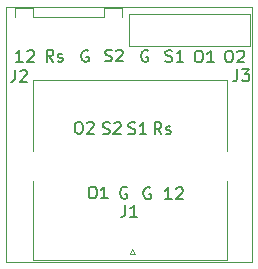
<source format=gbr>
G04 #@! TF.GenerationSoftware,KiCad,Pcbnew,(5.1.6)-1*
G04 #@! TF.CreationDate,2021-11-18T20:59:38-06:00*
G04 #@! TF.ProjectId,RJ45Breakout,524a3435-4272-4656-916b-6f75742e6b69,rev?*
G04 #@! TF.SameCoordinates,Original*
G04 #@! TF.FileFunction,Legend,Top*
G04 #@! TF.FilePolarity,Positive*
%FSLAX46Y46*%
G04 Gerber Fmt 4.6, Leading zero omitted, Abs format (unit mm)*
G04 Created by KiCad (PCBNEW (5.1.6)-1) date 2021-11-18 20:59:38*
%MOMM*%
%LPD*%
G01*
G04 APERTURE LIST*
%ADD10C,0.150000*%
G04 #@! TA.AperFunction,Profile*
%ADD11C,0.050000*%
G04 #@! TD*
%ADD12C,0.120000*%
G04 APERTURE END LIST*
D10*
X153534761Y-103312380D02*
X153201428Y-102836190D01*
X152963333Y-103312380D02*
X152963333Y-102312380D01*
X153344285Y-102312380D01*
X153439523Y-102360000D01*
X153487142Y-102407619D01*
X153534761Y-102502857D01*
X153534761Y-102645714D01*
X153487142Y-102740952D01*
X153439523Y-102788571D01*
X153344285Y-102836190D01*
X152963333Y-102836190D01*
X153915714Y-103264761D02*
X154010952Y-103312380D01*
X154201428Y-103312380D01*
X154296666Y-103264761D01*
X154344285Y-103169523D01*
X154344285Y-103121904D01*
X154296666Y-103026666D01*
X154201428Y-102979047D01*
X154058571Y-102979047D01*
X153963333Y-102931428D01*
X153915714Y-102836190D01*
X153915714Y-102788571D01*
X153963333Y-102693333D01*
X154058571Y-102645714D01*
X154201428Y-102645714D01*
X154296666Y-102693333D01*
X150738095Y-103264761D02*
X150880952Y-103312380D01*
X151119047Y-103312380D01*
X151214285Y-103264761D01*
X151261904Y-103217142D01*
X151309523Y-103121904D01*
X151309523Y-103026666D01*
X151261904Y-102931428D01*
X151214285Y-102883809D01*
X151119047Y-102836190D01*
X150928571Y-102788571D01*
X150833333Y-102740952D01*
X150785714Y-102693333D01*
X150738095Y-102598095D01*
X150738095Y-102502857D01*
X150785714Y-102407619D01*
X150833333Y-102360000D01*
X150928571Y-102312380D01*
X151166666Y-102312380D01*
X151309523Y-102360000D01*
X152261904Y-103312380D02*
X151690476Y-103312380D01*
X151976190Y-103312380D02*
X151976190Y-102312380D01*
X151880952Y-102455238D01*
X151785714Y-102550476D01*
X151690476Y-102598095D01*
X148568095Y-103264761D02*
X148710952Y-103312380D01*
X148949047Y-103312380D01*
X149044285Y-103264761D01*
X149091904Y-103217142D01*
X149139523Y-103121904D01*
X149139523Y-103026666D01*
X149091904Y-102931428D01*
X149044285Y-102883809D01*
X148949047Y-102836190D01*
X148758571Y-102788571D01*
X148663333Y-102740952D01*
X148615714Y-102693333D01*
X148568095Y-102598095D01*
X148568095Y-102502857D01*
X148615714Y-102407619D01*
X148663333Y-102360000D01*
X148758571Y-102312380D01*
X148996666Y-102312380D01*
X149139523Y-102360000D01*
X149520476Y-102407619D02*
X149568095Y-102360000D01*
X149663333Y-102312380D01*
X149901428Y-102312380D01*
X149996666Y-102360000D01*
X150044285Y-102407619D01*
X150091904Y-102502857D01*
X150091904Y-102598095D01*
X150044285Y-102740952D01*
X149472857Y-103312380D01*
X150091904Y-103312380D01*
X146438571Y-102272380D02*
X146629047Y-102272380D01*
X146724285Y-102320000D01*
X146819523Y-102415238D01*
X146867142Y-102605714D01*
X146867142Y-102939047D01*
X146819523Y-103129523D01*
X146724285Y-103224761D01*
X146629047Y-103272380D01*
X146438571Y-103272380D01*
X146343333Y-103224761D01*
X146248095Y-103129523D01*
X146200476Y-102939047D01*
X146200476Y-102605714D01*
X146248095Y-102415238D01*
X146343333Y-102320000D01*
X146438571Y-102272380D01*
X147248095Y-102367619D02*
X147295714Y-102320000D01*
X147390952Y-102272380D01*
X147629047Y-102272380D01*
X147724285Y-102320000D01*
X147771904Y-102367619D01*
X147819523Y-102462857D01*
X147819523Y-102558095D01*
X147771904Y-102700952D01*
X147200476Y-103272380D01*
X147819523Y-103272380D01*
X147608571Y-107752380D02*
X147799047Y-107752380D01*
X147894285Y-107800000D01*
X147989523Y-107895238D01*
X148037142Y-108085714D01*
X148037142Y-108419047D01*
X147989523Y-108609523D01*
X147894285Y-108704761D01*
X147799047Y-108752380D01*
X147608571Y-108752380D01*
X147513333Y-108704761D01*
X147418095Y-108609523D01*
X147370476Y-108419047D01*
X147370476Y-108085714D01*
X147418095Y-107895238D01*
X147513333Y-107800000D01*
X147608571Y-107752380D01*
X148989523Y-108752380D02*
X148418095Y-108752380D01*
X148703809Y-108752380D02*
X148703809Y-107752380D01*
X148608571Y-107895238D01*
X148513333Y-107990476D01*
X148418095Y-108038095D01*
X150601904Y-107820000D02*
X150506666Y-107772380D01*
X150363809Y-107772380D01*
X150220952Y-107820000D01*
X150125714Y-107915238D01*
X150078095Y-108010476D01*
X150030476Y-108200952D01*
X150030476Y-108343809D01*
X150078095Y-108534285D01*
X150125714Y-108629523D01*
X150220952Y-108724761D01*
X150363809Y-108772380D01*
X150459047Y-108772380D01*
X150601904Y-108724761D01*
X150649523Y-108677142D01*
X150649523Y-108343809D01*
X150459047Y-108343809D01*
X152581904Y-107870000D02*
X152486666Y-107822380D01*
X152343809Y-107822380D01*
X152200952Y-107870000D01*
X152105714Y-107965238D01*
X152058095Y-108060476D01*
X152010476Y-108250952D01*
X152010476Y-108393809D01*
X152058095Y-108584285D01*
X152105714Y-108679523D01*
X152200952Y-108774761D01*
X152343809Y-108822380D01*
X152439047Y-108822380D01*
X152581904Y-108774761D01*
X152629523Y-108727142D01*
X152629523Y-108393809D01*
X152439047Y-108393809D01*
X154389523Y-108822380D02*
X153818095Y-108822380D01*
X154103809Y-108822380D02*
X154103809Y-107822380D01*
X154008571Y-107965238D01*
X153913333Y-108060476D01*
X153818095Y-108108095D01*
X154770476Y-107917619D02*
X154818095Y-107870000D01*
X154913333Y-107822380D01*
X155151428Y-107822380D01*
X155246666Y-107870000D01*
X155294285Y-107917619D01*
X155341904Y-108012857D01*
X155341904Y-108108095D01*
X155294285Y-108250952D01*
X154722857Y-108822380D01*
X155341904Y-108822380D01*
X159148571Y-96232380D02*
X159339047Y-96232380D01*
X159434285Y-96280000D01*
X159529523Y-96375238D01*
X159577142Y-96565714D01*
X159577142Y-96899047D01*
X159529523Y-97089523D01*
X159434285Y-97184761D01*
X159339047Y-97232380D01*
X159148571Y-97232380D01*
X159053333Y-97184761D01*
X158958095Y-97089523D01*
X158910476Y-96899047D01*
X158910476Y-96565714D01*
X158958095Y-96375238D01*
X159053333Y-96280000D01*
X159148571Y-96232380D01*
X159958095Y-96327619D02*
X160005714Y-96280000D01*
X160100952Y-96232380D01*
X160339047Y-96232380D01*
X160434285Y-96280000D01*
X160481904Y-96327619D01*
X160529523Y-96422857D01*
X160529523Y-96518095D01*
X160481904Y-96660952D01*
X159910476Y-97232380D01*
X160529523Y-97232380D01*
X156598571Y-96232380D02*
X156789047Y-96232380D01*
X156884285Y-96280000D01*
X156979523Y-96375238D01*
X157027142Y-96565714D01*
X157027142Y-96899047D01*
X156979523Y-97089523D01*
X156884285Y-97184761D01*
X156789047Y-97232380D01*
X156598571Y-97232380D01*
X156503333Y-97184761D01*
X156408095Y-97089523D01*
X156360476Y-96899047D01*
X156360476Y-96565714D01*
X156408095Y-96375238D01*
X156503333Y-96280000D01*
X156598571Y-96232380D01*
X157979523Y-97232380D02*
X157408095Y-97232380D01*
X157693809Y-97232380D02*
X157693809Y-96232380D01*
X157598571Y-96375238D01*
X157503333Y-96470476D01*
X157408095Y-96518095D01*
X153868095Y-97144761D02*
X154010952Y-97192380D01*
X154249047Y-97192380D01*
X154344285Y-97144761D01*
X154391904Y-97097142D01*
X154439523Y-97001904D01*
X154439523Y-96906666D01*
X154391904Y-96811428D01*
X154344285Y-96763809D01*
X154249047Y-96716190D01*
X154058571Y-96668571D01*
X153963333Y-96620952D01*
X153915714Y-96573333D01*
X153868095Y-96478095D01*
X153868095Y-96382857D01*
X153915714Y-96287619D01*
X153963333Y-96240000D01*
X154058571Y-96192380D01*
X154296666Y-96192380D01*
X154439523Y-96240000D01*
X155391904Y-97192380D02*
X154820476Y-97192380D01*
X155106190Y-97192380D02*
X155106190Y-96192380D01*
X155010952Y-96335238D01*
X154915714Y-96430476D01*
X154820476Y-96478095D01*
X152381904Y-96230000D02*
X152286666Y-96182380D01*
X152143809Y-96182380D01*
X152000952Y-96230000D01*
X151905714Y-96325238D01*
X151858095Y-96420476D01*
X151810476Y-96610952D01*
X151810476Y-96753809D01*
X151858095Y-96944285D01*
X151905714Y-97039523D01*
X152000952Y-97134761D01*
X152143809Y-97182380D01*
X152239047Y-97182380D01*
X152381904Y-97134761D01*
X152429523Y-97087142D01*
X152429523Y-96753809D01*
X152239047Y-96753809D01*
X148748095Y-97104761D02*
X148890952Y-97152380D01*
X149129047Y-97152380D01*
X149224285Y-97104761D01*
X149271904Y-97057142D01*
X149319523Y-96961904D01*
X149319523Y-96866666D01*
X149271904Y-96771428D01*
X149224285Y-96723809D01*
X149129047Y-96676190D01*
X148938571Y-96628571D01*
X148843333Y-96580952D01*
X148795714Y-96533333D01*
X148748095Y-96438095D01*
X148748095Y-96342857D01*
X148795714Y-96247619D01*
X148843333Y-96200000D01*
X148938571Y-96152380D01*
X149176666Y-96152380D01*
X149319523Y-96200000D01*
X149700476Y-96247619D02*
X149748095Y-96200000D01*
X149843333Y-96152380D01*
X150081428Y-96152380D01*
X150176666Y-96200000D01*
X150224285Y-96247619D01*
X150271904Y-96342857D01*
X150271904Y-96438095D01*
X150224285Y-96580952D01*
X149652857Y-97152380D01*
X150271904Y-97152380D01*
X147321904Y-96250000D02*
X147226666Y-96202380D01*
X147083809Y-96202380D01*
X146940952Y-96250000D01*
X146845714Y-96345238D01*
X146798095Y-96440476D01*
X146750476Y-96630952D01*
X146750476Y-96773809D01*
X146798095Y-96964285D01*
X146845714Y-97059523D01*
X146940952Y-97154761D01*
X147083809Y-97202380D01*
X147179047Y-97202380D01*
X147321904Y-97154761D01*
X147369523Y-97107142D01*
X147369523Y-96773809D01*
X147179047Y-96773809D01*
X144384761Y-97162380D02*
X144051428Y-96686190D01*
X143813333Y-97162380D02*
X143813333Y-96162380D01*
X144194285Y-96162380D01*
X144289523Y-96210000D01*
X144337142Y-96257619D01*
X144384761Y-96352857D01*
X144384761Y-96495714D01*
X144337142Y-96590952D01*
X144289523Y-96638571D01*
X144194285Y-96686190D01*
X143813333Y-96686190D01*
X144765714Y-97114761D02*
X144860952Y-97162380D01*
X145051428Y-97162380D01*
X145146666Y-97114761D01*
X145194285Y-97019523D01*
X145194285Y-96971904D01*
X145146666Y-96876666D01*
X145051428Y-96829047D01*
X144908571Y-96829047D01*
X144813333Y-96781428D01*
X144765714Y-96686190D01*
X144765714Y-96638571D01*
X144813333Y-96543333D01*
X144908571Y-96495714D01*
X145051428Y-96495714D01*
X145146666Y-96543333D01*
X141799523Y-97182380D02*
X141228095Y-97182380D01*
X141513809Y-97182380D02*
X141513809Y-96182380D01*
X141418571Y-96325238D01*
X141323333Y-96420476D01*
X141228095Y-96468095D01*
X142180476Y-96277619D02*
X142228095Y-96230000D01*
X142323333Y-96182380D01*
X142561428Y-96182380D01*
X142656666Y-96230000D01*
X142704285Y-96277619D01*
X142751904Y-96372857D01*
X142751904Y-96468095D01*
X142704285Y-96610952D01*
X142132857Y-97182380D01*
X142751904Y-97182380D01*
D11*
X140410000Y-114160000D02*
X140410000Y-92530000D01*
X161200000Y-114160000D02*
X140410000Y-114160000D01*
X161190000Y-92530000D02*
X161200000Y-114160000D01*
X140410000Y-92530000D02*
X161190000Y-92530000D01*
D12*
X150800000Y-95820000D02*
X150800000Y-93160000D01*
X150800000Y-93160000D02*
X161020000Y-93160000D01*
X150800000Y-95820000D02*
X161020000Y-95820000D01*
X161020000Y-95820000D02*
X161020000Y-93160000D01*
X142660000Y-92657220D02*
X142660000Y-93407220D01*
X142660000Y-93407220D02*
X148660000Y-93407220D01*
X148660000Y-93407220D02*
X148660000Y-92657220D01*
X142660000Y-92657220D02*
X141160000Y-92657220D01*
X141160000Y-93407220D02*
X141160000Y-92657220D01*
X150160000Y-92657220D02*
X150160000Y-93407220D01*
X148660000Y-92657220D02*
X150160000Y-92657220D01*
X151048720Y-113019840D02*
X150835360Y-113451640D01*
X151274780Y-113451640D02*
X151048720Y-113019840D01*
X150835360Y-113451640D02*
X151274780Y-113451640D01*
X142672460Y-98762820D02*
X159082460Y-98762820D01*
X142672460Y-98762820D02*
X142672460Y-104775000D01*
X142672460Y-114002820D02*
X159082460Y-114002820D01*
X142674340Y-107271820D02*
X142672460Y-114002820D01*
X159082460Y-98762820D02*
X159082460Y-104775000D01*
X159084340Y-107271820D02*
X159082460Y-114002820D01*
D10*
X159966666Y-97822380D02*
X159966666Y-98536666D01*
X159919047Y-98679523D01*
X159823809Y-98774761D01*
X159680952Y-98822380D01*
X159585714Y-98822380D01*
X160347619Y-97822380D02*
X160966666Y-97822380D01*
X160633333Y-98203333D01*
X160776190Y-98203333D01*
X160871428Y-98250952D01*
X160919047Y-98298571D01*
X160966666Y-98393809D01*
X160966666Y-98631904D01*
X160919047Y-98727142D01*
X160871428Y-98774761D01*
X160776190Y-98822380D01*
X160490476Y-98822380D01*
X160395238Y-98774761D01*
X160347619Y-98727142D01*
X141136666Y-97892380D02*
X141136666Y-98606666D01*
X141089047Y-98749523D01*
X140993809Y-98844761D01*
X140850952Y-98892380D01*
X140755714Y-98892380D01*
X141565238Y-97987619D02*
X141612857Y-97940000D01*
X141708095Y-97892380D01*
X141946190Y-97892380D01*
X142041428Y-97940000D01*
X142089047Y-97987619D01*
X142136666Y-98082857D01*
X142136666Y-98178095D01*
X142089047Y-98320952D01*
X141517619Y-98892380D01*
X142136666Y-98892380D01*
X150466466Y-109302300D02*
X150466466Y-110016586D01*
X150418847Y-110159443D01*
X150323609Y-110254681D01*
X150180752Y-110302300D01*
X150085514Y-110302300D01*
X151466466Y-110302300D02*
X150895038Y-110302300D01*
X151180752Y-110302300D02*
X151180752Y-109302300D01*
X151085514Y-109445158D01*
X150990276Y-109540396D01*
X150895038Y-109588015D01*
M02*

</source>
